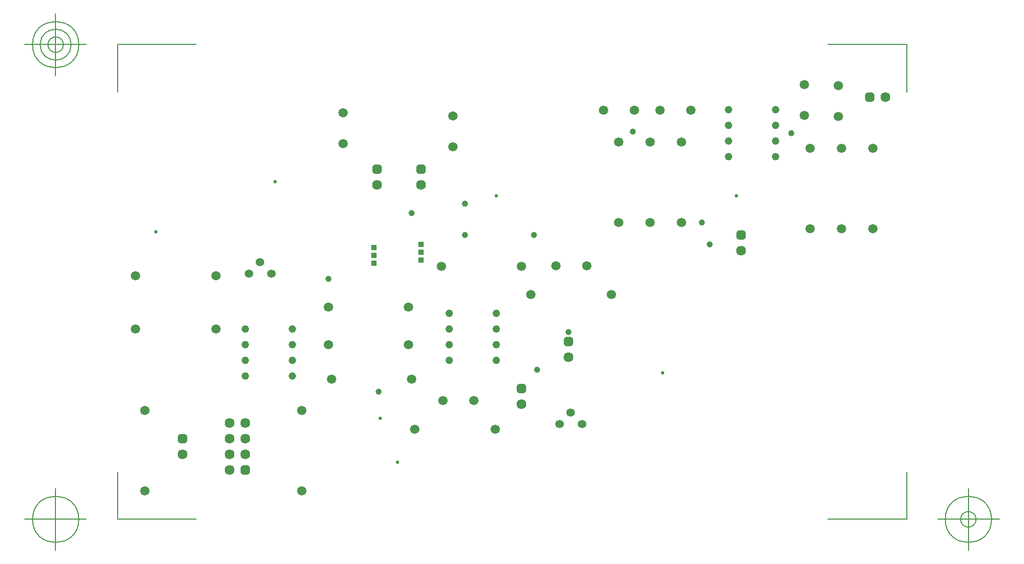
<source format=gbr>
G04 Generated by Ultiboard 12.0 *
%FSLAX25Y25*%
%MOIN*%

%ADD10C,0.00001*%
%ADD11C,0.00500*%
%ADD12C,0.04900*%
%ADD13C,0.05906*%
%ADD14C,0.05337*%
%ADD15R,0.02083X0.02083*%
%ADD16C,0.03917*%
%ADD17C,0.06334*%
%ADD18R,0.03762X0.03762*%
%ADD19C,0.03937*%
%ADD20C,0.02100*%


G04 ColorRGB 9900CC for the following layer *
%LNSolder Mask Bottom*%
%LPD*%
G54D10*
G54D11*
X-1500Y-1500D02*
X-1500Y28800D01*
X-1500Y-1500D02*
X48800Y-1500D01*
X501500Y-1500D02*
X451200Y-1500D01*
X501500Y-1500D02*
X501500Y28800D01*
X501500Y301500D02*
X501500Y271200D01*
X501500Y301500D02*
X451200Y301500D01*
X-1500Y301500D02*
X48800Y301500D01*
X-1500Y301500D02*
X-1500Y271200D01*
X-21185Y-1500D02*
X-60555Y-1500D01*
X-40870Y-21185D02*
X-40870Y18185D01*
X-55634Y-1500D02*
G75*
D01*
G02X-55634Y-1500I14764J0*
G01*
X521185Y-1500D02*
X560555Y-1500D01*
X540870Y-21185D02*
X540870Y18185D01*
X526106Y-1500D02*
G75*
D01*
G02X526106Y-1500I14764J0*
G01*
X535949Y-1500D02*
G75*
D01*
G02X535949Y-1500I4921J0*
G01*
X-21185Y301500D02*
X-60555Y301500D01*
X-40870Y281815D02*
X-40870Y321185D01*
X-55634Y301500D02*
G75*
D01*
G02X-55634Y301500I14764J0*
G01*
X-50713Y301500D02*
G75*
D01*
G02X-50713Y301500I9843J0*
G01*
X-45791Y301500D02*
G75*
D01*
G02X-45791Y301500I4921J0*
G01*
G54D12*
X110000Y120000D03*
X110000Y90000D03*
X110000Y110000D03*
X110000Y100000D03*
X80000Y110000D03*
X80000Y90000D03*
X80000Y100000D03*
X80000Y120000D03*
X240000Y130000D03*
X240000Y100000D03*
X240000Y120000D03*
X240000Y110000D03*
X210000Y120000D03*
X210000Y100000D03*
X210000Y110000D03*
X210000Y130000D03*
X418000Y260000D03*
X418000Y230000D03*
X418000Y250000D03*
X418000Y240000D03*
X388000Y250000D03*
X388000Y230000D03*
X388000Y240000D03*
X388000Y260000D03*
G54D13*
X61181Y120000D03*
X10000Y120000D03*
X132819Y134000D03*
X184000Y134000D03*
X61181Y154000D03*
X10000Y154000D03*
X132819Y110000D03*
X184000Y110000D03*
X134819Y88000D03*
X186000Y88000D03*
X116000Y16819D03*
X116000Y68000D03*
X16000Y16819D03*
X16000Y68000D03*
X239181Y56000D03*
X188000Y56000D03*
X440000Y235181D03*
X440000Y184000D03*
X460000Y235181D03*
X460000Y184000D03*
X480000Y235181D03*
X480000Y184000D03*
X338000Y239181D03*
X338000Y188000D03*
X358000Y239181D03*
X358000Y188000D03*
X436197Y256315D03*
X436197Y276000D03*
X458040Y255772D03*
X458040Y275457D03*
X225685Y74197D03*
X206000Y74197D03*
X297685Y160197D03*
X278000Y160197D03*
X313181Y142000D03*
X262000Y142000D03*
X204819Y160000D03*
X256000Y160000D03*
X318000Y239181D03*
X318000Y188000D03*
X308315Y259803D03*
X328000Y259803D03*
X344315Y259803D03*
X364000Y259803D03*
X142197Y238315D03*
X142197Y258000D03*
X212197Y236315D03*
X212197Y256000D03*
G54D14*
X89464Y162536D03*
X82393Y155464D03*
X96536Y155464D03*
X287464Y66536D03*
X280393Y59464D03*
X294536Y59464D03*
G54D15*
X40000Y50000D03*
X478000Y268000D03*
X286000Y112000D03*
X256000Y82000D03*
X80000Y30000D03*
X164000Y222000D03*
X192000Y222000D03*
X396000Y180000D03*
G54D16*
X38959Y48959D02*
X41041Y48959D01*
X41041Y51041D01*
X38959Y51041D01*
X38959Y48959D01*D02*
X476959Y266959D02*
X479041Y266959D01*
X479041Y269041D01*
X476959Y269041D01*
X476959Y266959D01*D02*
X284959Y110959D02*
X287041Y110959D01*
X287041Y113041D01*
X284959Y113041D01*
X284959Y110959D01*D02*
X254959Y80959D02*
X257041Y80959D01*
X257041Y83041D01*
X254959Y83041D01*
X254959Y80959D01*D02*
X78959Y28959D02*
X81041Y28959D01*
X81041Y31041D01*
X78959Y31041D01*
X78959Y28959D01*D02*
X162959Y220959D02*
X165041Y220959D01*
X165041Y223041D01*
X162959Y223041D01*
X162959Y220959D01*D02*
X190959Y220959D02*
X193041Y220959D01*
X193041Y223041D01*
X190959Y223041D01*
X190959Y220959D01*D02*
X394959Y178959D02*
X397041Y178959D01*
X397041Y181041D01*
X394959Y181041D01*
X394959Y178959D01*D02*
G54D17*
X40000Y40000D03*
X488000Y268000D03*
X286000Y102000D03*
X256000Y72000D03*
X70000Y40000D03*
X80000Y50000D03*
X80000Y60000D03*
X70000Y60000D03*
X70000Y30000D03*
X70000Y50000D03*
X80000Y40000D03*
X164000Y212000D03*
X192000Y212000D03*
X396000Y170000D03*
G54D18*
X191960Y164050D03*
X191960Y174100D03*
X191960Y169090D03*
X161960Y162050D03*
X161960Y172100D03*
X161960Y167090D03*
G54D19*
X266000Y94000D03*
X264000Y180000D03*
X286000Y118000D03*
X376000Y174000D03*
X371000Y188000D03*
X133000Y152000D03*
X220000Y180000D03*
X220000Y200000D03*
X186000Y194000D03*
X327000Y246000D03*
X428000Y245000D03*
X165000Y80000D03*
G54D20*
X23000Y182000D03*
X23000Y182000D03*
X166000Y63000D03*
X166000Y63000D03*
X177000Y35000D03*
X177000Y35000D03*
X99000Y214000D03*
X99000Y214000D03*
X240000Y205000D03*
X240000Y205000D03*
X393000Y205000D03*
X393000Y205000D03*
X346000Y92000D03*
X346000Y92000D03*

M00*

</source>
